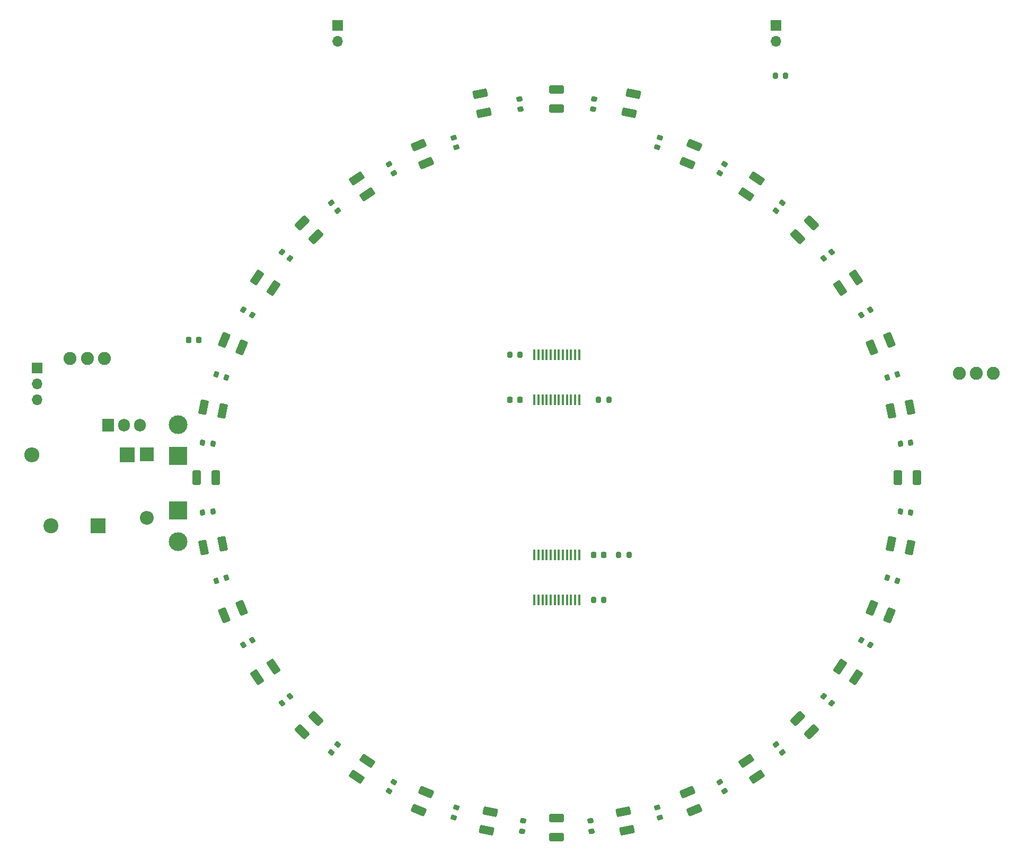
<source format=gbs>
%TF.GenerationSoftware,KiCad,Pcbnew,(6.0.7-1)-1*%
%TF.CreationDate,2023-02-20T20:57:27+08:00*%
%TF.ProjectId,layer1,6c617965-7231-42e6-9b69-6361645f7063,1.1*%
%TF.SameCoordinates,Original*%
%TF.FileFunction,Soldermask,Bot*%
%TF.FilePolarity,Negative*%
%FSLAX46Y46*%
G04 Gerber Fmt 4.6, Leading zero omitted, Abs format (unit mm)*
G04 Created by KiCad (PCBNEW (6.0.7-1)-1) date 2023-02-20 20:57:27*
%MOMM*%
%LPD*%
G01*
G04 APERTURE LIST*
G04 Aperture macros list*
%AMRoundRect*
0 Rectangle with rounded corners*
0 $1 Rounding radius*
0 $2 $3 $4 $5 $6 $7 $8 $9 X,Y pos of 4 corners*
0 Add a 4 corners polygon primitive as box body*
4,1,4,$2,$3,$4,$5,$6,$7,$8,$9,$2,$3,0*
0 Add four circle primitives for the rounded corners*
1,1,$1+$1,$2,$3*
1,1,$1+$1,$4,$5*
1,1,$1+$1,$6,$7*
1,1,$1+$1,$8,$9*
0 Add four rect primitives between the rounded corners*
20,1,$1+$1,$2,$3,$4,$5,0*
20,1,$1+$1,$4,$5,$6,$7,0*
20,1,$1+$1,$6,$7,$8,$9,0*
20,1,$1+$1,$8,$9,$2,$3,0*%
G04 Aperture macros list end*
%ADD10R,1.905000X2.000000*%
%ADD11O,1.905000X2.000000*%
%ADD12R,1.700000X1.700000*%
%ADD13O,1.700000X1.700000*%
%ADD14R,3.000000X3.000000*%
%ADD15C,3.000000*%
%ADD16R,2.400000X2.400000*%
%ADD17O,2.400000X2.400000*%
%ADD18R,2.200000X2.200000*%
%ADD19O,2.200000X2.200000*%
%ADD20C,2.082800*%
%ADD21C,2.400000*%
%ADD22RoundRect,0.200000X-0.254072X0.225992X-0.293279X-0.172082X0.254072X-0.225992X0.293279X0.172082X0*%
%ADD23RoundRect,0.200000X-0.172082X-0.293279X0.225992X-0.254072X0.172082X0.293279X-0.225992X0.254072X0*%
%ADD24RoundRect,0.200000X-0.225992X-0.254072X0.172082X-0.293279X0.225992X0.254072X-0.172082X0.293279X0*%
%ADD25RoundRect,0.200000X0.200000X0.275000X-0.200000X0.275000X-0.200000X-0.275000X0.200000X-0.275000X0*%
%ADD26RoundRect,0.200000X0.085699X-0.329060X0.339457X-0.019856X-0.085699X0.329060X-0.339457X0.019856X0*%
%ADD27RoundRect,0.250000X0.362392X-0.945755X0.945755X-0.362392X-0.362392X0.945755X-0.945755X0.362392X0*%
%ADD28RoundRect,0.250000X-0.027118X-1.012445X0.735082X-0.696732X0.027118X1.012445X-0.735082X0.696732X0*%
%ADD29RoundRect,0.250000X1.012445X-0.027118X0.696732X0.735082X-1.012445X0.027118X-0.696732X-0.735082X0*%
%ADD30RoundRect,0.250000X0.945755X0.362392X0.362392X0.945755X-0.945755X-0.362392X-0.362392X-0.945755X0*%
%ADD31RoundRect,0.200000X0.321216X-0.111560X0.205102X0.271216X-0.321216X0.111560X-0.205102X-0.271216X0*%
%ADD32RoundRect,0.200000X0.205102X-0.271216X0.321216X0.111560X-0.205102X0.271216X-0.321216X-0.111560X0*%
%ADD33RoundRect,0.200000X0.148249X-0.306018X0.336808X0.046750X-0.148249X0.306018X-0.336808X-0.046750X0*%
%ADD34RoundRect,0.200000X-0.336808X0.046750X-0.148249X-0.306018X0.336808X-0.046750X0.148249X0.306018X0*%
%ADD35RoundRect,0.200000X0.111560X0.321216X-0.271216X0.205102X-0.111560X-0.321216X0.271216X-0.205102X0*%
%ADD36RoundRect,0.200000X-0.085699X0.329060X-0.339457X0.019856X0.085699X-0.329060X0.339457X-0.019856X0*%
%ADD37RoundRect,0.250000X-0.998282X-0.170921X-0.539937X-0.856884X0.998282X0.170921X0.539937X0.856884X0*%
%ADD38RoundRect,0.250000X0.998282X0.170921X0.539937X0.856884X-0.998282X-0.170921X-0.539937X-0.856884X0*%
%ADD39RoundRect,0.200000X-0.329060X-0.085699X-0.019856X-0.339457X0.329060X0.085699X0.019856X0.339457X0*%
%ADD40RoundRect,0.250000X-0.539937X0.856884X-0.998282X0.170921X0.539937X-0.856884X0.998282X-0.170921X0*%
%ADD41R,0.450000X1.750000*%
%ADD42RoundRect,0.200000X0.046750X0.336808X-0.306018X0.148249X-0.046750X-0.336808X0.306018X-0.148249X0*%
%ADD43RoundRect,0.200000X-0.293279X0.172082X-0.254072X-0.225992X0.293279X-0.172082X0.254072X0.225992X0*%
%ADD44RoundRect,0.250000X-0.362392X0.945755X-0.945755X0.362392X0.362392X-0.945755X0.945755X-0.362392X0*%
%ADD45RoundRect,0.225000X0.225000X0.250000X-0.225000X0.250000X-0.225000X-0.250000X0.225000X-0.250000X0*%
%ADD46RoundRect,0.200000X-0.321216X0.111560X-0.205102X-0.271216X0.321216X-0.111560X0.205102X0.271216X0*%
%ADD47RoundRect,0.250000X0.224115X0.987701X-0.585032X0.826752X-0.224115X-0.987701X0.585032X-0.826752X0*%
%ADD48RoundRect,0.200000X-0.271216X-0.205102X0.111560X-0.321216X0.271216X0.205102X-0.111560X0.321216X0*%
%ADD49RoundRect,0.200000X-0.200000X-0.275000X0.200000X-0.275000X0.200000X0.275000X-0.200000X0.275000X0*%
%ADD50RoundRect,0.200000X-0.111560X-0.321216X0.271216X-0.205102X0.111560X0.321216X-0.271216X0.205102X0*%
%ADD51RoundRect,0.200000X-0.046750X-0.336808X0.306018X-0.148249X0.046750X0.336808X-0.306018X0.148249X0*%
%ADD52RoundRect,0.250000X-0.585032X-0.826752X0.224115X-0.987701X0.585032X0.826752X-0.224115X0.987701X0*%
%ADD53RoundRect,0.200000X0.306018X0.148249X-0.046750X0.336808X-0.306018X-0.148249X0.046750X-0.336808X0*%
%ADD54RoundRect,0.250000X-0.987701X0.224115X-0.826752X-0.585032X0.987701X-0.224115X0.826752X0.585032X0*%
%ADD55RoundRect,0.200000X0.293279X-0.172082X0.254072X0.225992X-0.293279X0.172082X-0.254072X-0.225992X0*%
%ADD56RoundRect,0.200000X0.329060X0.085699X0.019856X0.339457X-0.329060X-0.085699X-0.019856X-0.339457X0*%
%ADD57RoundRect,0.250000X-0.696732X0.735082X-1.012445X-0.027118X0.696732X-0.735082X1.012445X0.027118X0*%
%ADD58RoundRect,0.250000X0.585032X0.826752X-0.224115X0.987701X-0.585032X-0.826752X0.224115X-0.987701X0*%
%ADD59RoundRect,0.200000X0.271216X0.205102X-0.111560X0.321216X-0.271216X-0.205102X0.111560X-0.321216X0*%
%ADD60RoundRect,0.200000X-0.148249X0.306018X-0.336808X-0.046750X0.148249X-0.306018X0.336808X0.046750X0*%
%ADD61RoundRect,0.200000X0.339457X0.019856X0.085699X0.329060X-0.339457X-0.019856X-0.085699X-0.329060X0*%
%ADD62RoundRect,0.250000X0.856884X0.539937X0.170921X0.998282X-0.856884X-0.539937X-0.170921X-0.998282X0*%
%ADD63RoundRect,0.250000X0.412500X0.925000X-0.412500X0.925000X-0.412500X-0.925000X0.412500X-0.925000X0*%
%ADD64RoundRect,0.250000X0.027118X1.012445X-0.735082X0.696732X-0.027118X-1.012445X0.735082X-0.696732X0*%
%ADD65RoundRect,0.250000X0.826752X-0.585032X0.987701X0.224115X-0.826752X0.585032X-0.987701X-0.224115X0*%
%ADD66RoundRect,0.200000X0.336808X-0.046750X0.148249X0.306018X-0.336808X0.046750X-0.148249X-0.306018X0*%
%ADD67RoundRect,0.250000X0.987701X-0.224115X0.826752X0.585032X-0.987701X0.224115X-0.826752X-0.585032X0*%
%ADD68RoundRect,0.250000X0.539937X-0.856884X0.998282X-0.170921X-0.539937X0.856884X-0.998282X0.170921X0*%
%ADD69RoundRect,0.250000X-0.945755X-0.362392X-0.362392X-0.945755X0.945755X0.362392X0.362392X0.945755X0*%
%ADD70RoundRect,0.225000X-0.225000X-0.250000X0.225000X-0.250000X0.225000X0.250000X-0.225000X0.250000X0*%
%ADD71RoundRect,0.250000X-0.826752X0.585032X-0.987701X-0.224115X0.826752X-0.585032X0.987701X0.224115X0*%
%ADD72RoundRect,0.200000X-0.205102X0.271216X-0.321216X-0.111560X0.205102X-0.271216X0.321216X0.111560X0*%
%ADD73RoundRect,0.250000X-0.856884X-0.539937X-0.170921X-0.998282X0.856884X0.539937X0.170921X0.998282X0*%
%ADD74RoundRect,0.200000X-0.019856X0.339457X-0.329060X0.085699X0.019856X-0.339457X0.329060X-0.085699X0*%
%ADD75RoundRect,0.200000X0.019856X-0.339457X0.329060X-0.085699X-0.019856X0.339457X-0.329060X0.085699X0*%
%ADD76RoundRect,0.200000X0.225992X0.254072X-0.172082X0.293279X-0.225992X-0.254072X0.172082X-0.293279X0*%
%ADD77RoundRect,0.250000X-0.224115X-0.987701X0.585032X-0.826752X0.224115X0.987701X-0.585032X0.826752X0*%
%ADD78RoundRect,0.250000X0.735082X0.696732X-0.027118X1.012445X-0.735082X-0.696732X0.027118X-1.012445X0*%
%ADD79RoundRect,0.250000X-0.412500X-0.925000X0.412500X-0.925000X0.412500X0.925000X-0.412500X0.925000X0*%
%ADD80RoundRect,0.250000X-0.735082X-0.696732X0.027118X-1.012445X0.735082X0.696732X-0.027118X1.012445X0*%
%ADD81RoundRect,0.200000X-0.306018X-0.148249X0.046750X-0.336808X0.306018X0.148249X-0.046750X0.336808X0*%
%ADD82RoundRect,0.200000X-0.339457X-0.019856X-0.085699X-0.329060X0.339457X0.019856X0.085699X0.329060X0*%
%ADD83RoundRect,0.200000X0.172082X0.293279X-0.225992X0.254072X-0.172082X-0.293279X0.225992X-0.254072X0*%
%ADD84RoundRect,0.250000X0.696732X-0.735082X1.012445X0.027118X-0.696732X0.735082X-1.012445X-0.027118X0*%
%ADD85RoundRect,0.250000X-0.170921X0.998282X-0.856884X0.539937X0.170921X-0.998282X0.856884X-0.539937X0*%
%ADD86RoundRect,0.250000X0.925000X-0.412500X0.925000X0.412500X-0.925000X0.412500X-0.925000X-0.412500X0*%
%ADD87RoundRect,0.250000X0.170921X-0.998282X0.856884X-0.539937X-0.170921X0.998282X-0.856884X0.539937X0*%
%ADD88RoundRect,0.250000X-0.925000X0.412500X-0.925000X-0.412500X0.925000X-0.412500X0.925000X0.412500X0*%
%ADD89RoundRect,0.250000X-1.012445X0.027118X-0.696732X-0.735082X1.012445X-0.027118X0.696732X0.735082X0*%
%ADD90RoundRect,0.200000X0.254072X-0.225992X0.293279X0.172082X-0.254072X0.225992X-0.293279X-0.172082X0*%
G04 APERTURE END LIST*
D10*
X38360000Y-101650000D03*
D11*
X40900000Y-101650000D03*
X43440000Y-101650000D03*
D12*
X145000000Y-37725000D03*
D13*
X145000000Y-40265000D03*
D14*
X49500000Y-106550000D03*
D15*
X49500000Y-101550000D03*
D12*
X75000000Y-37725000D03*
D13*
X75000000Y-40265000D03*
D14*
X49500000Y-115250000D03*
D15*
X49500000Y-120250000D03*
D12*
X27000000Y-92475000D03*
D13*
X27000000Y-95015000D03*
X27000000Y-97555000D03*
D16*
X41400000Y-106350000D03*
D17*
X26160000Y-106350000D03*
D18*
X44550000Y-106320000D03*
D19*
X44550000Y-116480000D03*
D20*
X32282200Y-91000000D03*
X35000000Y-91000000D03*
X37717800Y-91000000D03*
X174282201Y-93364798D03*
X177000001Y-93364798D03*
X179717801Y-93364798D03*
D16*
X36712754Y-117750000D03*
D21*
X29212754Y-117750000D03*
D22*
X115961892Y-49467889D03*
X115800164Y-51109943D03*
D23*
X53448628Y-115569824D03*
X55090682Y-115408096D03*
D24*
X53448628Y-104430176D03*
X55090682Y-104591904D03*
D25*
X104125000Y-90400000D03*
X102475000Y-90400000D03*
D26*
X73950602Y-153926320D03*
X74997350Y-152650852D03*
D27*
X148510803Y-71489197D03*
X150685157Y-69314843D03*
D28*
X160316789Y-89158104D03*
X163157719Y-87981352D03*
D29*
X89158104Y-59683211D03*
X87981352Y-56842281D03*
D30*
X71489197Y-71489197D03*
X69314843Y-69314843D03*
D31*
X126495427Y-164378135D03*
X126016457Y-162799183D03*
D32*
X93504573Y-164378135D03*
X93983543Y-162799183D03*
D33*
X83212881Y-160115176D03*
X83990685Y-158660006D03*
D34*
X83212880Y-59884824D03*
X83990684Y-61339994D03*
D35*
X164378135Y-93504573D03*
X162799183Y-93983543D03*
D36*
X146049398Y-66073680D03*
X145002650Y-67349148D03*
D37*
X140257744Y-155283913D03*
X141966122Y-157840683D03*
D38*
X79742256Y-64716087D03*
X78033878Y-62159317D03*
D39*
X66073680Y-73950602D03*
X67349148Y-74997350D03*
D40*
X79742256Y-155283913D03*
X78033878Y-157840683D03*
D41*
X113575000Y-129600000D03*
X112925000Y-129600000D03*
X112275000Y-129600000D03*
X111625000Y-129600000D03*
X110975000Y-129600000D03*
X110325000Y-129600000D03*
X109675000Y-129600000D03*
X109025000Y-129600000D03*
X108375000Y-129600000D03*
X107725000Y-129600000D03*
X107075000Y-129600000D03*
X106425000Y-129600000D03*
X106425000Y-122400000D03*
X107075000Y-122400000D03*
X107725000Y-122400000D03*
X108375000Y-122400000D03*
X109025000Y-122400000D03*
X109675000Y-122400000D03*
X110325000Y-122400000D03*
X110975000Y-122400000D03*
X111625000Y-122400000D03*
X112275000Y-122400000D03*
X112925000Y-122400000D03*
X113575000Y-122400000D03*
D42*
X160115176Y-83212880D03*
X158660006Y-83990684D03*
D43*
X104038108Y-49467889D03*
X104199836Y-51109943D03*
D44*
X71489197Y-148510803D03*
X69314843Y-150685157D03*
D45*
X104100000Y-97600000D03*
X102550000Y-97600000D03*
D46*
X93504573Y-55621865D03*
X93983543Y-57200817D03*
D47*
X56583981Y-120625107D03*
X53568067Y-121225009D03*
D48*
X55621865Y-93504573D03*
X57200817Y-93983543D03*
D49*
X115875000Y-129600000D03*
X117525000Y-129600000D03*
D50*
X55621865Y-126495427D03*
X57200817Y-126016457D03*
D51*
X59884824Y-136787120D03*
X61339994Y-136009316D03*
D49*
X119875000Y-122400000D03*
X121525000Y-122400000D03*
D52*
X163416019Y-120625107D03*
X166431933Y-121225009D03*
D49*
X116675000Y-97600000D03*
X118325000Y-97600000D03*
D53*
X160115176Y-136787119D03*
X158660006Y-136009315D03*
D54*
X120625107Y-163416019D03*
X121225009Y-166431933D03*
D55*
X115569824Y-166551372D03*
X115408096Y-164909318D03*
D56*
X153926320Y-146049398D03*
X152650852Y-145002650D03*
D57*
X89158104Y-160316789D03*
X87981352Y-163157719D03*
D58*
X56583981Y-99374893D03*
X53568067Y-98774991D03*
D59*
X164378135Y-126495427D03*
X162799183Y-126016457D03*
D60*
X136787119Y-59884824D03*
X136009315Y-61339994D03*
D61*
X146049398Y-153926320D03*
X145002650Y-152650852D03*
D62*
X64716087Y-79742256D03*
X62159317Y-78033878D03*
D63*
X55537500Y-110000000D03*
X52462500Y-110000000D03*
D64*
X59683211Y-130841896D03*
X56842281Y-132018648D03*
D65*
X121600559Y-51680057D03*
X122200461Y-48664143D03*
D66*
X136787120Y-160115176D03*
X136009316Y-158660006D03*
D67*
X98399441Y-51680057D03*
X97799539Y-48664143D03*
D68*
X140257744Y-64716087D03*
X141966122Y-62159317D03*
D69*
X148510803Y-148510803D03*
X150685157Y-150685157D03*
D70*
X115925000Y-122400000D03*
X117475000Y-122400000D03*
D71*
X99374893Y-163416019D03*
X98774991Y-166431933D03*
D72*
X126495427Y-55621865D03*
X126016457Y-57200817D03*
D49*
X144925000Y-45750000D03*
X146575000Y-45750000D03*
D73*
X155283913Y-140257744D03*
X157840683Y-141966122D03*
D74*
X153926320Y-73950602D03*
X152650852Y-74997350D03*
D75*
X66073680Y-146049398D03*
X67349148Y-145002650D03*
D76*
X166551372Y-115569824D03*
X164909318Y-115408096D03*
D77*
X163416019Y-99374893D03*
X166431933Y-98774991D03*
D78*
X59683211Y-89158104D03*
X56842281Y-87981352D03*
D79*
X164462500Y-110000000D03*
X167537500Y-110000000D03*
D80*
X160316789Y-130841896D03*
X163157719Y-132018648D03*
D81*
X59884824Y-83212881D03*
X61339994Y-83990685D03*
D41*
X106425000Y-90400000D03*
X107075000Y-90400000D03*
X107725000Y-90400000D03*
X108375000Y-90400000D03*
X109025000Y-90400000D03*
X109675000Y-90400000D03*
X110325000Y-90400000D03*
X110975000Y-90400000D03*
X111625000Y-90400000D03*
X112275000Y-90400000D03*
X112925000Y-90400000D03*
X113575000Y-90400000D03*
X113575000Y-97600000D03*
X112925000Y-97600000D03*
X112275000Y-97600000D03*
X111625000Y-97600000D03*
X110975000Y-97600000D03*
X110325000Y-97600000D03*
X109675000Y-97600000D03*
X109025000Y-97600000D03*
X108375000Y-97600000D03*
X107725000Y-97600000D03*
X107075000Y-97600000D03*
X106425000Y-97600000D03*
D82*
X73950602Y-66073680D03*
X74997350Y-67349148D03*
D83*
X166551372Y-104430176D03*
X164909318Y-104591904D03*
D84*
X130841896Y-59683211D03*
X132018648Y-56842281D03*
D85*
X64716087Y-140257744D03*
X62159317Y-141966122D03*
D86*
X110000000Y-51037500D03*
X110000000Y-47962500D03*
D87*
X155283913Y-79742256D03*
X157840683Y-78033878D03*
D88*
X110000000Y-164462500D03*
X110000000Y-167537500D03*
D89*
X130841896Y-160316789D03*
X132018648Y-163157719D03*
D45*
X52775000Y-88000000D03*
X51225000Y-88000000D03*
D90*
X104430176Y-166551372D03*
X104591904Y-164909318D03*
M02*

</source>
